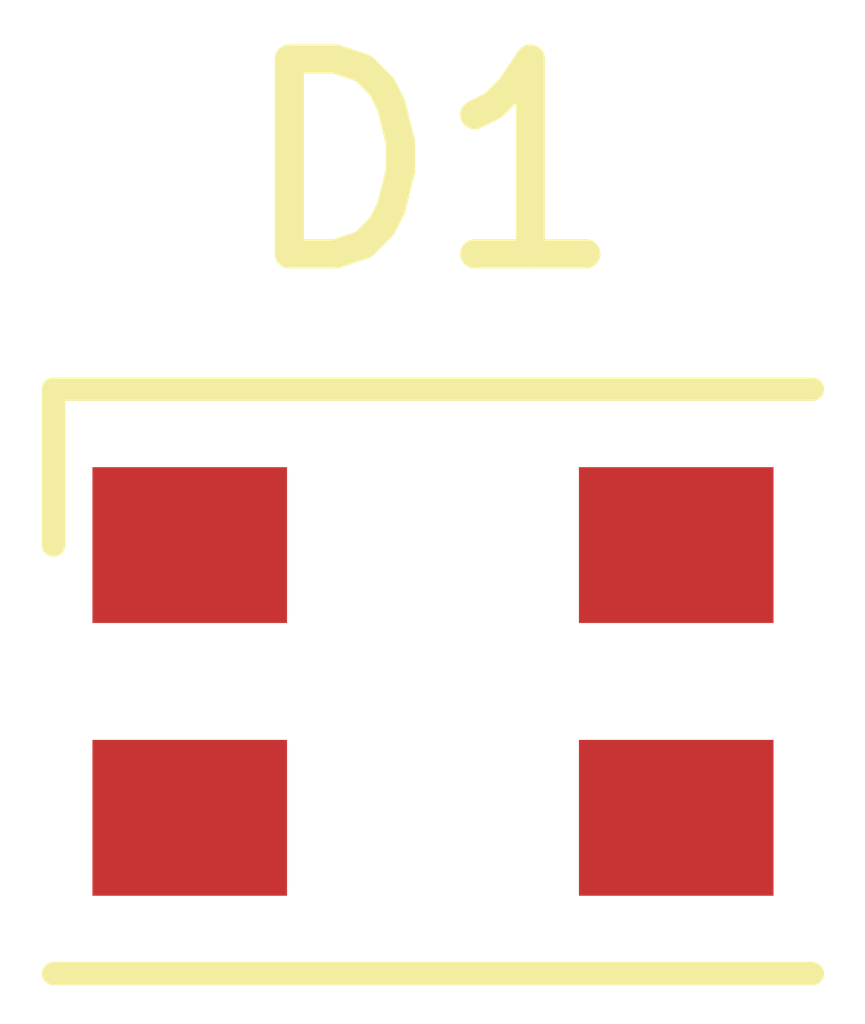
<source format=kicad_pcb>
(kicad_pcb (version 20171130) (host pcbnew "(5.1.9-0-10_14)")

  (general
    (thickness 1.6)
    (drawings 0)
    (tracks 0)
    (zones 0)
    (modules 1)
    (nets 5)
  )

  (page A4)
  (layers
    (0 F.Cu signal)
    (31 B.Cu signal)
    (32 B.Adhes user)
    (33 F.Adhes user)
    (34 B.Paste user)
    (35 F.Paste user)
    (36 B.SilkS user)
    (37 F.SilkS user)
    (38 B.Mask user)
    (39 F.Mask user)
    (40 Dwgs.User user)
    (41 Cmts.User user)
    (42 Eco1.User user)
    (43 Eco2.User user)
    (44 Edge.Cuts user)
    (45 Margin user)
    (46 B.CrtYd user hide)
    (47 F.CrtYd user hide)
    (48 B.Fab user hide)
    (49 F.Fab user hide)
  )

  (setup
    (last_trace_width 0.1524)
    (user_trace_width 0.1524)
    (user_trace_width 0.254)
    (user_trace_width 0.4064)
    (user_trace_width 0.635)
    (trace_clearance 0.1524)
    (zone_clearance 0.508)
    (zone_45_only no)
    (trace_min 0.1524)
    (via_size 0.6858)
    (via_drill 0.3048)
    (via_min_size 0.6858)
    (via_min_drill 0.3048)
    (uvia_size 0.3048)
    (uvia_drill 0.1524)
    (uvias_allowed no)
    (uvia_min_size 0.2)
    (uvia_min_drill 0.1)
    (edge_width 0.15)
    (segment_width 0.15)
    (pcb_text_width 0.3)
    (pcb_text_size 1.5 1.5)
    (mod_edge_width 0.15)
    (mod_text_size 1 1)
    (mod_text_width 0.15)
    (pad_size 1.8 1.8)
    (pad_drill 0.9)
    (pad_to_mask_clearance 0.2)
    (aux_axis_origin 0 0)
    (visible_elements FFFFFF7F)
    (pcbplotparams
      (layerselection 0x010fc_ffffffff)
      (usegerberextensions false)
      (usegerberattributes false)
      (usegerberadvancedattributes false)
      (creategerberjobfile false)
      (excludeedgelayer true)
      (linewidth 0.100000)
      (plotframeref false)
      (viasonmask false)
      (mode 1)
      (useauxorigin false)
      (hpglpennumber 1)
      (hpglpenspeed 20)
      (hpglpendiameter 15.000000)
      (psnegative false)
      (psa4output false)
      (plotreference true)
      (plotvalue true)
      (plotinvisibletext false)
      (padsonsilk false)
      (subtractmaskfromsilk false)
      (outputformat 1)
      (mirror false)
      (drillshape 1)
      (scaleselection 1)
      (outputdirectory ""))
  )

  (net 0 "")
  (net 1 +3V3)
  (net 2 Pin0)
  (net 3 Pin2)
  (net 4 Pin1)

  (net_class Default "This is the default net class."
    (clearance 0.1524)
    (trace_width 0.1524)
    (via_dia 0.6858)
    (via_drill 0.3048)
    (uvia_dia 0.3048)
    (uvia_drill 0.1524)
    (diff_pair_width 0.1524)
    (diff_pair_gap 0.1524)
    (add_net +3V3)
    (add_net Pin0)
    (add_net Pin1)
    (add_net Pin2)
  )

  (module LED_SMD:LED_Cree-PLCC4_3.2x2.8mm_CCW locked (layer F.Cu) (tedit 59D415EA) (tstamp 60B96B86)
    (at 0 0)
    (descr "3.2mm x 2.8mm PLCC4 LED, http://www.cree.com/led-components/media/documents/CLV1AFKB(874).pdf")
    (tags "LED Cree PLCC-4")
    (path /60BBD1E1)
    (attr smd)
    (fp_text reference D1 (at 0 -2.65) (layer F.SilkS)
      (effects (font (size 1 1) (thickness 0.15)))
    )
    (fp_text value LED_RGBA (at 0 2.65) (layer F.Fab)
      (effects (font (size 1 1) (thickness 0.15)))
    )
    (fp_line (start -1.95 1.5) (end 1.95 1.5) (layer F.SilkS) (width 0.12))
    (fp_line (start -1.95 -1.5) (end 1.95 -1.5) (layer F.SilkS) (width 0.12))
    (fp_line (start -1.95 -0.7) (end -1.95 -1.5) (layer F.SilkS) (width 0.12))
    (fp_line (start 1.6 -1.4) (end -1.6 -1.4) (layer F.Fab) (width 0.1))
    (fp_line (start 1.6 1.4) (end 1.6 -1.4) (layer F.Fab) (width 0.1))
    (fp_line (start -1.6 1.4) (end 1.6 1.4) (layer F.Fab) (width 0.1))
    (fp_line (start -1.6 -1.4) (end -1.6 1.4) (layer F.Fab) (width 0.1))
    (fp_line (start -0.6 -1.4) (end -1.6 -0.4) (layer F.Fab) (width 0.1))
    (fp_line (start 2.2 -1.75) (end -2.2 -1.75) (layer F.CrtYd) (width 0.05))
    (fp_line (start 2.2 1.75) (end 2.2 -1.75) (layer F.CrtYd) (width 0.05))
    (fp_line (start -2.2 1.75) (end 2.2 1.75) (layer F.CrtYd) (width 0.05))
    (fp_line (start -2.2 -1.75) (end -2.2 1.75) (layer F.CrtYd) (width 0.05))
    (fp_circle (center 0 0) (end 1.12 0) (layer F.Fab) (width 0.1))
    (fp_text user %R (at 0 0) (layer F.Fab)
      (effects (font (size 0.5 0.5) (thickness 0.075)))
    )
    (pad 1 smd rect (at -1.25 -0.7) (size 1 0.8) (layers F.Cu F.Paste F.Mask)
      (net 2 Pin0))
    (pad 4 smd rect (at 1.25 -0.7) (size 1 0.8) (layers F.Cu F.Paste F.Mask)
      (net 1 +3V3))
    (pad 3 smd rect (at 1.25 0.7) (size 1 0.8) (layers F.Cu F.Paste F.Mask)
      (net 3 Pin2))
    (pad 2 smd rect (at -1.25 0.7) (size 1 0.8) (layers F.Cu F.Paste F.Mask)
      (net 4 Pin1))
    (model ${KISYS3DMOD}/LED_SMD.3dshapes/LED_Cree-PLCC4_3.2x2.8mm_CCW.wrl
      (at (xyz 0 0 0))
      (scale (xyz 1 1 1))
      (rotate (xyz 0 0 0))
    )
  )

)

</source>
